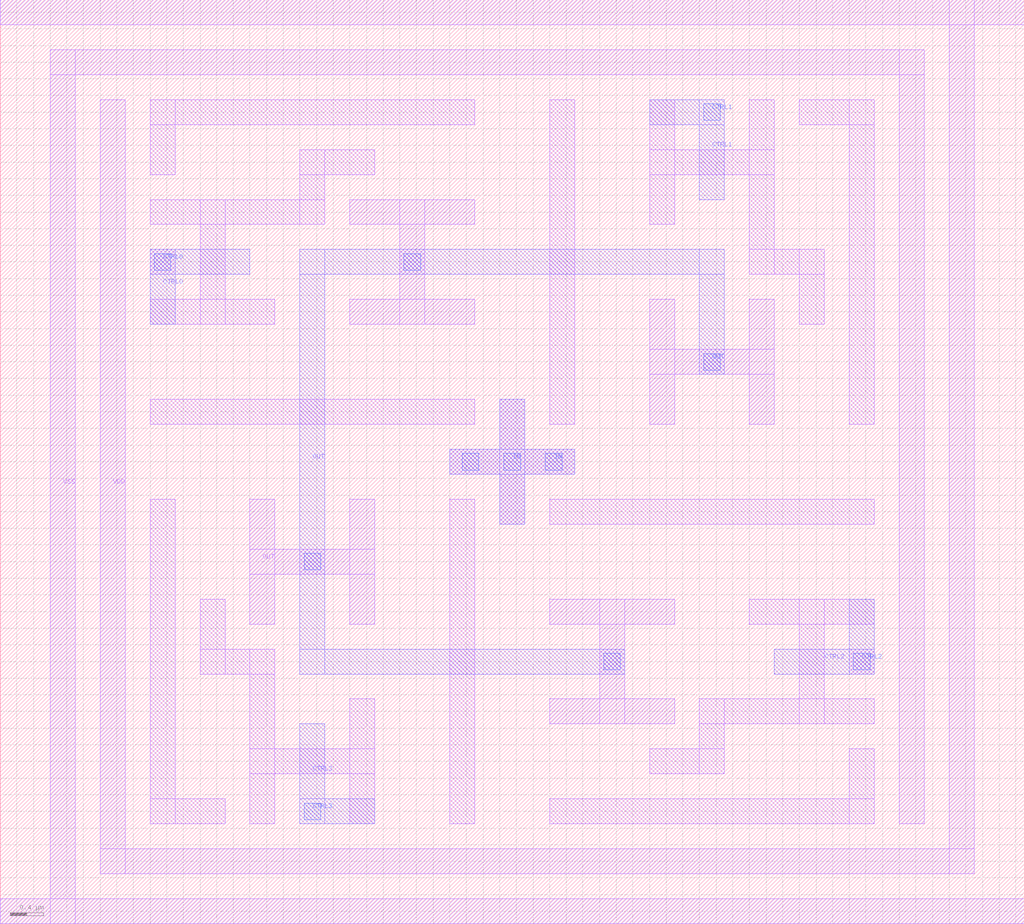
<source format=lef>
VERSION 5.6 ;
BUSBITCHARS "[]" ;
DIVIDERCHAR "/" ;

PROPERTYDEFINITIONS
  MACRO CatenaDesignType STRING ;
END PROPERTYDEFINITIONS

MACRO INV_1
  CLASS CORE ;
  ORIGIN 0 0.15 ;
  FOREIGN INV_1 0 -0.15 ;
  SIZE 4.5 BY 5.1 ;
  SYMMETRY X Y ;
  SITE CoreSite ;
  PIN IN
    DIRECTION INPUT ;
    USE SIGNAL ;
    PORT
      LAYER Metal1 ;
        RECT 0.3 1.05 1.8 1.35 ;
    END
  END IN
  PIN OUT
    DIRECTION OUTPUT ;
    USE SIGNAL ;
    PORT
      LAYER Metal1 ;
        RECT 2.7 2.85 4.2 3.15 ;
        RECT 2.7 1.65 4.2 1.95 ;
        RECT 3.3 1.65 3.6 3.15 ;
    END
  END OUT
  PIN VDD
    DIRECTION INOUT ;
    USE POWER ;
    SHAPE ABUTMENT ;
    PORT
      LAYER Metal1 ;
        RECT 0 4.65 4.5 4.95 ;
        RECT 0.3 4.05 4.2 4.35 ;
        RECT 2.1 4.05 2.4 4.95 ;
        RECT 0.3 3.45 0.6 4.35 ;
    END
  END VDD
  PIN VSS
    DIRECTION INOUT ;
    USE GROUND ;
    SHAPE ABUTMENT ;
    PORT
      LAYER Metal1 ;
        RECT 0 -0.15 4.5 0.15 ;
        RECT 0.3 0.45 4.2 0.75 ;
        RECT 2.1 -0.15 2.4 0.75 ;
    END
  END VSS
  OBS
    LAYER Metal1 ;
      RECT 2.1 3.45 3 3.75 ;
      RECT 2.1 2.85 2.4 3.75 ;
      RECT 0.3 2.85 2.4 3.15 ;
      RECT 0.9 1.65 1.2 3.15 ;
      RECT 0.3 1.65 1.8 1.95 ;
  END
  PROPERTY CatenaDesignType "deviceLevel" ;
END INV_1

MACRO NAND2_1
  CLASS CORE ;
  ORIGIN 0 0.15 ;
  FOREIGN NAND2_1 0 -0.15 ;
  SIZE 7.6 BY 5.1 ;
  SYMMETRY X Y ;
  SITE CoreSite ;
  PIN A
    DIRECTION INPUT ;
    USE SIGNAL ;
    PORT
      LAYER Metal1 ;
        RECT 0.3 1.05 1.8 1.35 ;
    END
  END A
  PIN B
    DIRECTION INPUT ;
    USE SIGNAL ;
    PORT
      LAYER Metal1 ;
        RECT 2.7 1.05 4.2 1.35 ;
    END
  END B
  PIN OUT
    DIRECTION OUTPUT ;
    USE SIGNAL ;
    PORT
      LAYER Metal1 ;
        RECT 2.7 2.85 6.6 3.15 ;
        RECT 5.1 1.65 6.6 1.95 ;
        RECT 5.7 1.65 6 3.15 ;
    END
  END OUT
  PIN VDD
    DIRECTION INOUT ;
    USE POWER ;
    SHAPE ABUTMENT ;
    PORT
      LAYER Metal1 ;
        RECT 0 4.65 7.6 4.95 ;
        RECT 0.3 4.05 4.2 4.35 ;
        RECT 2.1 4.05 2.4 4.95 ;
        RECT 0.3 3.45 0.6 4.35 ;
    END
  END VDD
  PIN VSS
    DIRECTION INOUT ;
    USE GROUND ;
    SHAPE ABUTMENT ;
    PORT
      LAYER Metal1 ;
        RECT 0 -0.15 7.6 0.15 ;
        RECT 5.1 4.05 7.3 4.35 ;
        RECT 7 0.45 7.3 4.35 ;
        RECT 2.7 0.45 7.3 0.75 ;
        RECT 3.9 -0.15 4.2 0.75 ;
    END
  END VSS
  OBS
    LAYER Metal1 ;
      RECT 2.1 1.65 4.2 1.95 ;
      RECT 2.1 0.45 2.4 1.95 ;
      RECT 0.3 0.45 2.4 0.75 ;
      RECT 2.1 3.45 3 3.75 ;
      RECT 2.1 2.85 2.4 3.75 ;
      RECT 0.3 2.85 2.4 3.15 ;
      RECT 0.9 1.65 1.2 3.15 ;
      RECT 0.3 1.65 1.8 1.95 ;
  END
  PROPERTY CatenaDesignType "deviceLevel" ;
END NAND2_1

MACRO NOR2_1
  CLASS CORE ;
  ORIGIN 0 0.15 ;
  FOREIGN NOR2_1 0 -0.15 ;
  SIZE 7.5 BY 5.1 ;
  SYMMETRY X Y ;
  SITE CoreSite ;
  PIN A
    DIRECTION INPUT ;
    USE SIGNAL ;
    PORT
      LAYER Metal1 ;
        RECT 0.3 1.05 1.8 1.35 ;
    END
  END A
  PIN B
    DIRECTION INPUT ;
    USE SIGNAL ;
    PORT
      LAYER Metal1 ;
        RECT 2.7 1.05 4.2 1.35 ;
    END
  END B
  PIN OUT
    DIRECTION OUTPUT ;
    USE SIGNAL ;
    PORT
      LAYER Metal1 ;
        RECT 2.7 2.85 6.6 3.15 ;
        RECT 5.1 1.65 6.6 1.95 ;
        RECT 5.7 1.65 6 3.15 ;
    END
  END OUT
  PIN VDD
    DIRECTION INOUT ;
    USE POWER ;
    SHAPE ABUTMENT ;
    PORT
      LAYER Metal1 ;
        RECT 0 4.65 7.5 4.95 ;
        RECT 0.3 4.05 4.2 4.35 ;
        RECT 2.1 4.05 2.4 4.95 ;
        RECT 0.3 3.45 0.6 4.35 ;
    END
  END VDD
  PIN VSS
    DIRECTION INOUT ;
    USE GROUND ;
    SHAPE ABUTMENT ;
    PORT
      LAYER Metal1 ;
        RECT 0 -0.15 7.5 0.15 ;
        RECT 5.1 4.05 7.2 4.35 ;
        RECT 6.9 0.45 7.2 4.35 ;
        RECT 0.3 0.45 7.2 0.75 ;
        RECT 3.9 -0.15 4.2 0.75 ;
    END
  END VSS
  OBS
    LAYER Metal1 ;
      RECT 2.1 3.45 3 3.75 ;
      RECT 2.1 2.85 2.4 3.75 ;
      RECT 0.3 2.85 2.4 3.15 ;
      RECT 0.9 1.65 1.2 3.15 ;
      RECT 0.3 1.65 4.2 1.95 ;
  END
  PROPERTY CatenaDesignType "deviceLevel" ;
END NOR2_1

MACRO all
  CLASS CORE ;
  ORIGIN 0 0.15 ;
  FOREIGN all 0 -0.15 ;
  SIZE 12.3 BY 11.1 ;
  SYMMETRY X Y ;
  SITE CoreSite ;
  PIN CTRL0
    DIRECTION INPUT ;
    USE SIGNAL ;
    PORT
      LAYER Metal1 ;
        RECT 1.8 7.65 2.1 7.95 ;
      LAYER Metal2 ;
        RECT 1.8 7.65 3 7.95 ;
        RECT 1.8 7.05 2.1 7.95 ;
      LAYER VIA1 ;
        RECT 1.85 7.7 2.05 7.9 ;
    END
  END CTRL0
  PIN CTRL1
    DIRECTION INPUT ;
    USE SIGNAL ;
    PORT
      LAYER Metal2 ;
        RECT 7.8 9.45 8.7 9.75 ;
        RECT 8.4 8.55 8.7 9.75 ;
      LAYER VIA1 ;
        RECT 8.45 9.5 8.65 9.7 ;
    END
  END CTRL1
  PIN CTRL2
    DIRECTION INPUT ;
    USE SIGNAL ;
    PORT
      LAYER Metal1 ;
        RECT 10.2 2.85 10.5 3.15 ;
      LAYER Metal2 ;
        RECT 10.2 2.85 10.5 3.75 ;
        RECT 9.3 2.85 10.5 3.15 ;
      LAYER VIA1 ;
        RECT 10.25 2.9 10.45 3.1 ;
    END
  END CTRL2
  PIN CTRL3
    DIRECTION INPUT ;
    USE SIGNAL ;
    PORT
      LAYER Metal2 ;
        RECT 3.6 1.05 4.5 1.35 ;
        RECT 3.6 1.05 3.9 2.25 ;
      LAYER VIA1 ;
        RECT 3.65 1.1 3.85 1.3 ;
    END
  END CTRL3
  PIN IN
    DIRECTION INPUT ;
    USE SIGNAL ;
    PORT
      LAYER Metal1 ;
        RECT 5.4 5.25 6.9 5.55 ;
        RECT 6 4.65 6.3 6.15 ;
      LAYER Metal2 ;
        RECT 5.4 5.25 6.9 5.55 ;
        RECT 6 4.65 6.3 6.15 ;
      LAYER VIA1 ;
        RECT 5.55 5.3 5.75 5.5 ;
        RECT 6.05 5.3 6.25 5.5 ;
        RECT 6.55 5.3 6.75 5.5 ;
    END
  END IN
  PIN OUT
    DIRECTION OUTPUT ;
    USE SIGNAL ;
    PORT
      LAYER Metal1 ;
        RECT 9 5.85 9.3 7.35 ;
        RECT 7.8 6.45 9.3 6.75 ;
        RECT 7.8 5.85 8.1 7.35 ;
        RECT 6.6 3.45 8.1 3.75 ;
        RECT 6.6 2.25 8.1 2.55 ;
        RECT 7.2 2.25 7.5 3.75 ;
        RECT 4.2 8.25 5.7 8.55 ;
        RECT 4.2 7.05 5.7 7.35 ;
        RECT 4.8 7.05 5.1 8.55 ;
        RECT 4.2 3.45 4.5 4.95 ;
        RECT 3 4.05 4.5 4.35 ;
        RECT 3 3.45 3.3 4.95 ;
      LAYER Metal2 ;
        RECT 3.6 7.65 8.7 7.95 ;
        RECT 8.4 6.45 8.7 7.95 ;
        RECT 3.6 2.85 7.5 3.15 ;
        RECT 3.6 2.85 3.9 7.95 ;
      LAYER VIA1 ;
        RECT 3.65 4.1 3.85 4.3 ;
        RECT 4.85 7.7 5.05 7.9 ;
        RECT 7.25 2.9 7.45 3.1 ;
        RECT 8.45 6.5 8.65 6.7 ;
    END
  END OUT
  PIN VDD
    DIRECTION INOUT ;
    USE POWER ;
    SHAPE ABUTMENT ;
    PORT
      LAYER Metal1 ;
        RECT 0 10.65 12.3 10.95 ;
        RECT 11.4 0.45 11.7 10.95 ;
        RECT 1.2 0.45 11.7 0.75 ;
        RECT 1.2 0.45 1.5 9.75 ;
    END
  END VDD
  PIN VSS
    DIRECTION INOUT ;
    USE GROUND ;
    SHAPE ABUTMENT ;
    PORT
      LAYER Metal1 ;
        RECT 0 -0.15 12.3 0.15 ;
        RECT 0.6 10.05 11.1 10.35 ;
        RECT 10.8 1.05 11.1 10.35 ;
        RECT 0.6 -0.15 0.9 10.35 ;
    END
  END VSS
  OBS
    LAYER Metal1 ;
      RECT 10.2 1.05 10.5 1.95 ;
      RECT 6.6 1.05 10.5 1.35 ;
      RECT 9 3.45 10.5 3.75 ;
      RECT 9.6 2.25 9.9 3.75 ;
      RECT 8.4 2.25 10.5 2.55 ;
      RECT 8.4 1.65 8.7 2.55 ;
      RECT 7.8 1.65 8.7 1.95 ;
      RECT 9.6 9.45 10.5 9.75 ;
      RECT 10.2 5.85 10.5 9.75 ;
      RECT 9 7.65 9.3 9.75 ;
      RECT 7.8 8.25 8.1 9.75 ;
      RECT 7.8 8.85 9.3 9.15 ;
      RECT 9 7.65 9.9 7.95 ;
      RECT 9.6 7.05 9.9 7.95 ;
      RECT 1.8 9.45 5.7 9.75 ;
      RECT 1.8 8.85 2.1 9.75 ;
      RECT 2.4 2.85 2.7 3.75 ;
      RECT 2.4 2.85 3.3 3.15 ;
      RECT 3 1.05 3.3 3.15 ;
      RECT 4.2 1.05 4.5 2.55 ;
      RECT 3 1.65 4.5 1.95 ;
      RECT 3.6 8.85 4.5 9.15 ;
      RECT 3.6 8.25 3.9 9.15 ;
      RECT 1.8 8.25 3.9 8.55 ;
      RECT 2.4 7.05 2.7 8.55 ;
      RECT 1.8 7.05 3.3 7.35 ;
      RECT 1.8 1.05 2.1 4.95 ;
      RECT 1.8 1.05 2.7 1.35 ;
      RECT 6.6 4.65 10.5 4.95 ;
      RECT 6.6 5.85 6.9 9.75 ;
      RECT 5.4 1.05 5.7 4.95 ;
      RECT 1.8 5.85 5.7 6.15 ;
  END
  PROPERTY CatenaDesignType "deviceLevel" ;
END all

END LIBRARY

</source>
